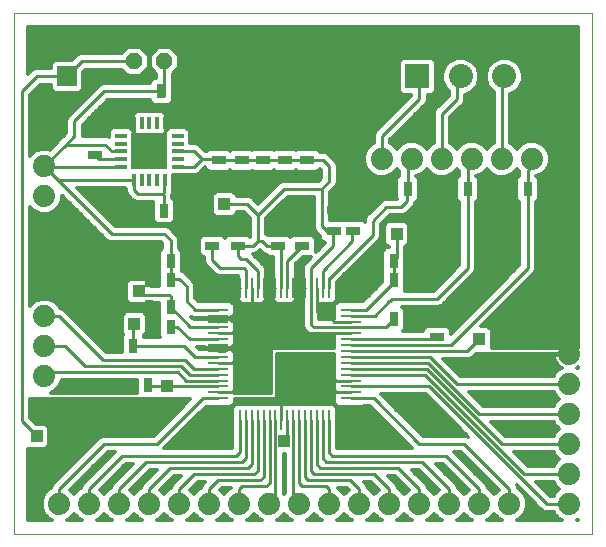
<source format=gtl>
G75*
G70*
%OFA0B0*%
%FSLAX24Y24*%
%IPPOS*%
%LPD*%
%AMOC8*
5,1,8,0,0,1.08239X$1,22.5*
%
%ADD10C,0.0000*%
%ADD11R,0.0660X0.0110*%
%ADD12R,0.0110X0.0660*%
%ADD13R,0.0390X0.0140*%
%ADD14R,0.0140X0.0390*%
%ADD15R,0.1240X0.1240*%
%ADD16R,0.0472X0.0315*%
%ADD17R,0.0650X0.0650*%
%ADD18C,0.0650*%
%ADD19R,0.0315X0.0472*%
%ADD20C,0.0740*%
%ADD21R,0.0800X0.0800*%
%ADD22C,0.0800*%
%ADD23OC8,0.0520*%
%ADD24C,0.0100*%
%ADD25R,0.0396X0.0396*%
%ADD26C,0.0120*%
D10*
X000550Y000487D02*
X000550Y017857D01*
X019792Y017857D01*
X019792Y000487D01*
X000550Y000487D01*
D11*
X007340Y005007D03*
X007340Y005207D03*
X007340Y005407D03*
X007340Y005597D03*
X007340Y005797D03*
X007340Y005997D03*
X007340Y006187D03*
X007340Y006387D03*
X007340Y006587D03*
X007340Y006787D03*
X007340Y006977D03*
X007340Y007177D03*
X007340Y007377D03*
X007340Y007567D03*
X007340Y007767D03*
X007340Y007967D03*
X011760Y007967D03*
X011760Y007767D03*
X011760Y007567D03*
X011760Y007377D03*
X011760Y007177D03*
X011760Y006977D03*
X011760Y006787D03*
X011760Y006587D03*
X011760Y006387D03*
X011760Y006187D03*
X011760Y005997D03*
X011760Y005797D03*
X011760Y005597D03*
X011760Y005407D03*
X011760Y005207D03*
X011760Y005007D03*
D12*
X011030Y004277D03*
X010830Y004277D03*
X010630Y004277D03*
X010440Y004277D03*
X010240Y004277D03*
X010040Y004277D03*
X009850Y004277D03*
X009650Y004277D03*
X009450Y004277D03*
X009250Y004277D03*
X009060Y004277D03*
X008860Y004277D03*
X008660Y004277D03*
X008470Y004277D03*
X008270Y004277D03*
X008070Y004277D03*
X008070Y008697D03*
X008270Y008697D03*
X008470Y008697D03*
X008660Y008697D03*
X008860Y008697D03*
X009060Y008697D03*
X009250Y008697D03*
X009450Y008697D03*
X009650Y008697D03*
X009850Y008697D03*
X010040Y008697D03*
X010240Y008697D03*
X010440Y008697D03*
X010630Y008697D03*
X010830Y008697D03*
X011030Y008697D03*
D13*
X005990Y012727D03*
X005990Y012977D03*
X005990Y013237D03*
X005990Y013497D03*
X005990Y013747D03*
X004110Y013747D03*
X004110Y013497D03*
X004110Y013237D03*
X004110Y012977D03*
X004110Y012727D03*
D14*
X004540Y012297D03*
X004790Y012297D03*
X005050Y012297D03*
X005310Y012297D03*
X005560Y012297D03*
X005560Y014177D03*
X005310Y014177D03*
X005050Y014177D03*
X004790Y014177D03*
X004540Y014177D03*
D15*
X005050Y013237D03*
D16*
X003230Y013112D03*
X003230Y013821D03*
X007150Y010791D03*
X007150Y010082D03*
X008000Y010082D03*
X008000Y010791D03*
X009350Y010791D03*
X009350Y010082D03*
X010150Y010082D03*
X010150Y010791D03*
X011190Y010572D03*
X011830Y010572D03*
X011830Y011281D03*
X011190Y011281D03*
X010310Y012942D03*
X010310Y013651D03*
X009580Y013651D03*
X008840Y013651D03*
X008840Y012942D03*
X009580Y012942D03*
X008120Y012942D03*
X008120Y013651D03*
X007360Y013651D03*
X007360Y012942D03*
X014630Y007761D03*
X014630Y007052D03*
D17*
X002300Y015737D03*
D18*
X002300Y016737D03*
D19*
X005446Y015237D03*
X006154Y015237D03*
X005534Y011267D03*
X004826Y011267D03*
X005046Y009587D03*
X005046Y008937D03*
X005754Y008937D03*
X005754Y009587D03*
X005754Y008037D03*
X005754Y007397D03*
X005046Y007397D03*
X005046Y008037D03*
X004504Y006767D03*
X003796Y006767D03*
X004296Y005437D03*
X005004Y005437D03*
X012946Y011987D03*
X013654Y011987D03*
X014946Y011987D03*
X015654Y011987D03*
X016946Y011987D03*
X017654Y011987D03*
X013904Y009587D03*
X013196Y009587D03*
X013196Y008937D03*
X013904Y008937D03*
X013904Y007637D03*
X013196Y007637D03*
D20*
X019050Y006487D03*
X019050Y005487D03*
X019050Y004487D03*
X019050Y003487D03*
X019050Y002487D03*
X019050Y001487D03*
X017050Y001487D03*
X016050Y001487D03*
X015050Y001487D03*
X014050Y001487D03*
X013050Y001487D03*
X012050Y001487D03*
X011050Y001487D03*
X010050Y001487D03*
X009050Y001487D03*
X008050Y001487D03*
X007050Y001487D03*
X006050Y001487D03*
X005050Y001487D03*
X004050Y001487D03*
X003050Y001487D03*
X002050Y001487D03*
X001550Y005737D03*
X001550Y006737D03*
X001550Y007737D03*
X001550Y011737D03*
X001550Y012737D03*
X001550Y013737D03*
X012800Y012987D03*
X013800Y012987D03*
X014800Y012987D03*
X015800Y012987D03*
X016800Y012987D03*
X017800Y012987D03*
D21*
X013980Y015737D03*
D22*
X015428Y015737D03*
X016876Y015737D03*
D23*
X005550Y016237D03*
X005050Y016987D03*
X004550Y016237D03*
D24*
X002800Y016237D01*
X002300Y015737D01*
X001300Y015737D01*
X000800Y015237D01*
X000800Y004237D01*
X001300Y003737D01*
X002050Y001987D02*
X002050Y001487D01*
X002050Y001987D02*
X003550Y003487D01*
X005300Y003487D01*
X006820Y005007D01*
X007340Y005007D01*
X007340Y005207D02*
X007870Y005207D01*
X007880Y005217D01*
X007340Y005407D02*
X005620Y005407D01*
X005034Y005407D01*
X005004Y005437D01*
X006000Y005877D02*
X001690Y005877D01*
X001550Y005737D01*
X001550Y006737D02*
X002250Y006737D01*
X002910Y006077D01*
X006110Y006077D01*
X006390Y005797D01*
X007340Y005797D01*
X007340Y005997D02*
X006540Y005997D01*
X006250Y006287D01*
X003500Y006287D01*
X002050Y007737D01*
X001550Y007737D01*
X004504Y007441D02*
X004504Y006767D01*
X006200Y006767D01*
X006580Y006387D01*
X007340Y006387D01*
X007340Y006587D02*
X007530Y006587D01*
X007620Y006677D01*
X007850Y006677D01*
X007960Y006567D01*
X007960Y006307D01*
X007840Y006187D01*
X007340Y006187D01*
X007340Y006587D02*
X007340Y006787D01*
X007480Y006787D01*
X007580Y006687D01*
X007850Y006687D01*
X007900Y006737D01*
X007900Y007147D01*
X007870Y007177D01*
X007340Y007177D01*
X007340Y006977D02*
X006400Y006977D01*
X005980Y007397D01*
X005754Y007397D01*
X005754Y008037D02*
X005754Y008412D01*
X005700Y008467D01*
X004800Y008467D01*
X004690Y008577D01*
X004550Y007487D02*
X004504Y007441D01*
X005754Y008037D02*
X006414Y007377D01*
X007340Y007377D01*
X007340Y007567D02*
X007340Y007577D01*
X007410Y007647D01*
X007720Y007647D01*
X007730Y007657D01*
X007820Y007677D02*
X007830Y007687D01*
X007820Y007677D02*
X007380Y007677D01*
X007340Y007717D01*
X007340Y007767D01*
X007340Y007567D01*
X007340Y007967D02*
X006570Y007967D01*
X006300Y008237D01*
X006300Y008737D01*
X006050Y008987D01*
X005804Y008987D01*
X005754Y008937D01*
X005754Y009587D01*
X005754Y010282D01*
X005550Y010487D01*
X003800Y010487D01*
X001990Y012297D01*
X001550Y012737D01*
X002280Y013467D01*
X002550Y013737D01*
X002550Y014237D01*
X003550Y015237D01*
X005446Y015237D01*
X005550Y015091D01*
X005550Y016237D01*
X004540Y014177D02*
X004540Y013747D01*
X005050Y013237D01*
X004110Y013237D02*
X003810Y013237D01*
X003580Y013467D01*
X002280Y013467D01*
X003230Y013112D02*
X003366Y012977D01*
X004110Y012977D01*
X004110Y012727D02*
X001550Y012727D01*
X001550Y012737D01*
X001990Y012297D02*
X004540Y012297D01*
X004540Y011957D01*
X004680Y011817D01*
X005490Y011817D01*
X005534Y011772D01*
X005534Y011267D01*
X005490Y011817D02*
X005550Y011877D01*
X005550Y012287D01*
X005560Y012297D01*
X005990Y012727D02*
X006540Y012727D01*
X006800Y012987D01*
X006550Y013237D01*
X005990Y013237D01*
X006800Y012987D02*
X007196Y012987D01*
X007360Y012942D01*
X008120Y012942D01*
X008840Y012942D01*
X009580Y012942D01*
X010310Y012942D01*
X010844Y012942D01*
X011050Y012737D01*
X011050Y012237D01*
X010800Y011987D01*
X010800Y010737D01*
X010964Y010572D01*
X011190Y010572D01*
X011180Y010562D01*
X011180Y010077D01*
X010440Y009337D01*
X010440Y008697D01*
X010440Y007457D01*
X010520Y007377D01*
X011760Y007377D01*
X012936Y007377D01*
X013196Y007637D01*
X013060Y008237D02*
X013150Y008327D01*
X014640Y008327D01*
X015654Y009341D01*
X015654Y011987D01*
X015654Y012841D01*
X015800Y012987D01*
X014800Y012987D02*
X014800Y014487D01*
X015300Y014987D01*
X015300Y015609D01*
X015428Y015737D01*
X016800Y015661D02*
X016876Y015737D01*
X016800Y015661D02*
X016800Y012987D01*
X017654Y012591D02*
X017800Y012737D01*
X017800Y012987D01*
X017654Y012591D02*
X017654Y011987D01*
X017654Y009341D01*
X015100Y006787D01*
X011760Y006787D01*
X011760Y006977D02*
X014554Y006977D01*
X014630Y007052D01*
X014400Y006387D02*
X015300Y005487D01*
X019050Y005487D01*
X019050Y004487D02*
X016050Y004487D01*
X014350Y006187D01*
X011760Y006187D01*
X011760Y005997D02*
X014290Y005997D01*
X016800Y003487D01*
X019050Y003487D01*
X019050Y002487D02*
X017550Y002487D01*
X014240Y005797D01*
X011760Y005797D01*
X011760Y005597D02*
X011240Y005597D01*
X011160Y005597D01*
X011050Y005487D01*
X011220Y005577D02*
X011240Y005597D01*
X011230Y005217D02*
X011240Y005207D01*
X011760Y005207D01*
X011760Y005007D02*
X012530Y005007D01*
X014050Y003487D01*
X015550Y003487D01*
X017050Y001987D01*
X017050Y001487D01*
X016050Y001487D02*
X016050Y001987D01*
X014950Y003087D01*
X011150Y003087D01*
X011030Y003207D01*
X011030Y004277D01*
X010830Y004277D02*
X010830Y003007D01*
X010950Y002887D01*
X014150Y002887D01*
X015050Y001987D01*
X015050Y001487D01*
X014050Y001487D02*
X014050Y001987D01*
X013350Y002687D01*
X010750Y002687D01*
X010630Y002807D01*
X010630Y004277D01*
X010440Y004277D02*
X010440Y002597D01*
X010550Y002487D01*
X012550Y002487D01*
X013050Y001987D01*
X013050Y001487D01*
X012050Y001487D02*
X012050Y001987D01*
X011750Y002287D01*
X010350Y002287D01*
X010240Y002397D01*
X010240Y004277D01*
X010040Y004277D02*
X010040Y002197D01*
X010150Y002087D01*
X010950Y002087D01*
X011050Y001987D01*
X011050Y001487D01*
X010050Y001487D02*
X009850Y001687D01*
X009850Y004277D01*
X009650Y004277D02*
X009650Y003677D01*
X009550Y003577D01*
X009450Y004277D02*
X009450Y004837D01*
X009250Y004277D02*
X009250Y001687D01*
X009050Y001487D01*
X008950Y002087D02*
X009060Y002197D01*
X009060Y004277D01*
X008860Y004277D02*
X008860Y002397D01*
X008750Y002287D01*
X007350Y002287D01*
X007050Y001987D01*
X007050Y001487D01*
X006050Y001487D02*
X006050Y001987D01*
X006550Y002487D01*
X008550Y002487D01*
X008660Y002597D01*
X008660Y004277D01*
X008470Y004277D02*
X008470Y002807D01*
X008350Y002687D01*
X005750Y002687D01*
X005050Y001987D01*
X005050Y001487D01*
X004050Y001487D02*
X004050Y001987D01*
X004950Y002887D01*
X008150Y002887D01*
X008270Y003007D01*
X008270Y004277D01*
X008070Y004277D02*
X008070Y003207D01*
X007950Y003087D01*
X004150Y003087D01*
X003050Y001987D01*
X003050Y001487D01*
X006280Y005597D02*
X006000Y005877D01*
X006280Y005597D02*
X007340Y005597D01*
X010050Y006987D02*
X010240Y007177D01*
X011760Y007177D01*
X011180Y007177D01*
X011160Y007157D01*
X011190Y007567D02*
X011020Y007737D01*
X010800Y007737D01*
X010640Y007897D01*
X010640Y008177D01*
X010630Y008187D01*
X010630Y008697D01*
X010830Y008697D02*
X010830Y009267D01*
X011800Y010237D01*
X011800Y010542D01*
X011830Y010572D01*
X012500Y010467D02*
X012500Y010927D01*
X012950Y011377D01*
X013450Y011377D01*
X013650Y011577D01*
X013650Y011982D01*
X013654Y011987D01*
X013654Y012841D01*
X013800Y012987D01*
X012800Y012987D02*
X012800Y013737D01*
X014050Y014987D01*
X014050Y015667D01*
X013980Y015737D01*
X010800Y011987D02*
X009550Y011987D01*
X008680Y011117D01*
X008310Y011487D01*
X007550Y011487D01*
X008680Y011117D02*
X008680Y010267D01*
X008800Y010267D01*
X008980Y010087D01*
X009346Y010087D01*
X009350Y010082D01*
X009450Y009982D01*
X009450Y008697D01*
X009650Y008697D02*
X009650Y009587D01*
X009800Y009737D01*
X009804Y009737D01*
X010150Y010082D01*
X011030Y008997D02*
X012500Y010467D01*
X013300Y010487D02*
X013300Y009691D01*
X013196Y009587D01*
X013196Y008937D01*
X013196Y008882D01*
X012280Y007967D01*
X011760Y007967D01*
X011760Y007767D02*
X012580Y007767D01*
X013050Y008237D01*
X013060Y008237D01*
X011760Y007567D02*
X011190Y007567D01*
X011760Y006587D02*
X015650Y006587D01*
X016050Y006987D01*
X014400Y006387D02*
X011760Y006387D01*
X011760Y005407D02*
X014380Y005407D01*
X018300Y001487D01*
X019050Y001487D01*
X011030Y008697D02*
X011030Y008997D01*
X010240Y008697D02*
X010040Y008697D01*
X009850Y008697D01*
X009250Y008697D02*
X009060Y008697D01*
X008860Y008697D01*
X008660Y008697D02*
X008660Y009267D01*
X008270Y009657D01*
X008100Y009657D01*
X008000Y009757D01*
X008000Y010082D01*
X008496Y010082D01*
X008680Y010267D01*
X008200Y009367D02*
X007390Y009367D01*
X007150Y009607D01*
X007150Y010082D01*
X008200Y009367D02*
X008270Y009297D01*
X008270Y008697D01*
X008070Y008697D02*
X007970Y008697D01*
X008470Y008697D02*
X008470Y008177D01*
X008150Y002087D02*
X008050Y001987D01*
X008050Y001487D01*
X008150Y002087D02*
X008950Y002087D01*
D25*
X009550Y003577D03*
X007050Y003987D03*
X005800Y004737D03*
X005620Y005407D03*
X005050Y004737D03*
X004300Y004737D03*
X003550Y004737D03*
X003550Y005417D03*
X002800Y005417D03*
X002800Y004737D03*
X002050Y004737D03*
X001300Y004737D03*
X001300Y003737D03*
X004550Y007487D03*
X004690Y008577D03*
X003550Y008667D03*
X001300Y008917D03*
X001300Y009667D03*
X001300Y010417D03*
X007050Y008737D03*
X009800Y011237D03*
X007550Y011487D03*
X012050Y008737D03*
X013300Y010487D03*
X016800Y009987D03*
X017300Y006987D03*
X018050Y006987D03*
X018050Y006237D03*
X017300Y006237D03*
X016550Y006237D03*
X016050Y006987D03*
X014050Y004487D03*
X012050Y003987D03*
D26*
X011305Y004042D02*
X013113Y004042D01*
X012995Y004160D02*
X011305Y004160D01*
X011305Y004279D02*
X012876Y004279D01*
X012758Y004397D02*
X011305Y004397D01*
X011305Y004516D02*
X012639Y004516D01*
X012521Y004634D02*
X011305Y004634D01*
X011305Y004698D02*
X011176Y004827D01*
X009504Y004827D01*
X009450Y004773D01*
X009396Y004827D01*
X007924Y004827D01*
X007795Y004698D01*
X007795Y003856D01*
X007800Y003851D01*
X007800Y003357D01*
X005552Y003357D01*
X006927Y004732D01*
X007761Y004732D01*
X007890Y004861D01*
X007890Y004987D01*
X009300Y004987D01*
X009300Y006487D01*
X011210Y006487D01*
X011210Y005651D01*
X011259Y005602D01*
X011210Y005553D01*
X011210Y005261D01*
X011264Y005207D01*
X011210Y005153D01*
X011210Y004861D01*
X011339Y004732D01*
X012181Y004732D01*
X012186Y004737D01*
X012418Y004737D01*
X013798Y003357D01*
X011300Y003357D01*
X011300Y003851D01*
X011305Y003856D01*
X011305Y004698D01*
X011318Y004753D02*
X011250Y004753D01*
X011210Y004871D02*
X007890Y004871D01*
X007850Y004753D02*
X007782Y004753D01*
X007795Y004634D02*
X006829Y004634D01*
X006711Y004516D02*
X007795Y004516D01*
X007795Y004397D02*
X006592Y004397D01*
X006474Y004279D02*
X007795Y004279D01*
X007795Y004160D02*
X006355Y004160D01*
X006237Y004042D02*
X007795Y004042D01*
X007795Y003923D02*
X006118Y003923D01*
X006000Y003805D02*
X007800Y003805D01*
X007800Y003686D02*
X005881Y003686D01*
X005763Y003568D02*
X007800Y003568D01*
X007800Y003449D02*
X005644Y003449D01*
X005236Y003805D02*
X001718Y003805D01*
X001718Y003923D02*
X005355Y003923D01*
X005473Y004042D02*
X001702Y004042D01*
X001718Y004026D02*
X001589Y004155D01*
X001264Y004155D01*
X001070Y004349D01*
X001070Y004987D01*
X004750Y004987D01*
X004756Y004980D01*
X005253Y004980D01*
X005259Y004987D01*
X006418Y004987D01*
X005188Y003757D01*
X003604Y003757D01*
X003496Y003757D01*
X003397Y003716D01*
X001897Y002216D01*
X001821Y002140D01*
X001780Y002040D01*
X001780Y002013D01*
X001716Y001987D01*
X001550Y001821D01*
X001460Y001604D01*
X001460Y001369D01*
X001550Y001152D01*
X001716Y000986D01*
X001812Y000947D01*
X001010Y000947D01*
X001010Y003319D01*
X001011Y003319D01*
X001589Y003319D01*
X001718Y003447D01*
X001718Y004026D01*
X001718Y003686D02*
X003368Y003686D01*
X003249Y003568D02*
X001718Y003568D01*
X001718Y003449D02*
X003131Y003449D01*
X003012Y003331D02*
X001601Y003331D01*
X001010Y003212D02*
X002894Y003212D01*
X002775Y003094D02*
X001010Y003094D01*
X001010Y002975D02*
X002657Y002975D01*
X002538Y002857D02*
X001010Y002857D01*
X001010Y002738D02*
X002420Y002738D01*
X002301Y002620D02*
X001010Y002620D01*
X001010Y002501D02*
X002183Y002501D01*
X002064Y002383D02*
X001010Y002383D01*
X001010Y002264D02*
X001946Y002264D01*
X001827Y002146D02*
X001010Y002146D01*
X001010Y002027D02*
X001780Y002027D01*
X001638Y001909D02*
X001010Y001909D01*
X001010Y001790D02*
X001537Y001790D01*
X001488Y001672D02*
X001010Y001672D01*
X001010Y001553D02*
X001460Y001553D01*
X001460Y001435D02*
X001010Y001435D01*
X001010Y001316D02*
X001482Y001316D01*
X001531Y001198D02*
X001010Y001198D01*
X001010Y001079D02*
X001623Y001079D01*
X001778Y000961D02*
X001010Y000961D01*
X002288Y000947D02*
X002384Y000986D01*
X002550Y001152D01*
X002716Y000986D01*
X002812Y000947D01*
X002288Y000947D01*
X002322Y000961D02*
X002778Y000961D01*
X002623Y001079D02*
X002477Y001079D01*
X002550Y001821D02*
X002408Y001963D01*
X003662Y003217D01*
X003898Y003217D01*
X002897Y002216D01*
X002821Y002140D01*
X002780Y002040D01*
X002780Y002013D01*
X002716Y001987D01*
X002550Y001821D01*
X002462Y001909D02*
X002638Y001909D01*
X002780Y002027D02*
X002472Y002027D01*
X002591Y002146D02*
X002827Y002146D01*
X002709Y002264D02*
X002946Y002264D01*
X002828Y002383D02*
X003064Y002383D01*
X002946Y002501D02*
X003183Y002501D01*
X003065Y002620D02*
X003301Y002620D01*
X003183Y002738D02*
X003420Y002738D01*
X003302Y002857D02*
X003538Y002857D01*
X003420Y002975D02*
X003657Y002975D01*
X003539Y003094D02*
X003775Y003094D01*
X003657Y003212D02*
X003894Y003212D01*
X004262Y002817D02*
X004498Y002817D01*
X003897Y002216D01*
X003821Y002140D01*
X003780Y002040D01*
X003780Y002013D01*
X003716Y001987D01*
X003550Y001821D01*
X003408Y001963D01*
X004262Y002817D01*
X004183Y002738D02*
X004420Y002738D01*
X004301Y002620D02*
X004065Y002620D01*
X004183Y002501D02*
X003946Y002501D01*
X003828Y002383D02*
X004064Y002383D01*
X003946Y002264D02*
X003709Y002264D01*
X003591Y002146D02*
X003827Y002146D01*
X003780Y002027D02*
X003472Y002027D01*
X003462Y001909D02*
X003638Y001909D01*
X003550Y001152D02*
X003716Y000986D01*
X003812Y000947D01*
X003288Y000947D01*
X003384Y000986D01*
X003550Y001152D01*
X003477Y001079D02*
X003623Y001079D01*
X003778Y000961D02*
X003322Y000961D01*
X004288Y000947D02*
X004384Y000986D01*
X004550Y001152D01*
X004716Y000986D01*
X004812Y000947D01*
X004288Y000947D01*
X004322Y000961D02*
X004778Y000961D01*
X004623Y001079D02*
X004477Y001079D01*
X004550Y001821D02*
X004408Y001963D01*
X005062Y002617D01*
X005298Y002617D01*
X004897Y002216D01*
X004821Y002140D01*
X004780Y002040D01*
X004780Y002013D01*
X004716Y001987D01*
X004550Y001821D01*
X004462Y001909D02*
X004638Y001909D01*
X004780Y002027D02*
X004472Y002027D01*
X004591Y002146D02*
X004827Y002146D01*
X004709Y002264D02*
X004946Y002264D01*
X004828Y002383D02*
X005064Y002383D01*
X004946Y002501D02*
X005183Y002501D01*
X005591Y002146D02*
X005827Y002146D01*
X005821Y002140D02*
X005780Y002040D01*
X005780Y002013D01*
X005716Y001987D01*
X005550Y001821D01*
X005408Y001963D01*
X005862Y002417D01*
X006098Y002417D01*
X005897Y002216D01*
X005821Y002140D01*
X005780Y002027D02*
X005472Y002027D01*
X005462Y001909D02*
X005638Y001909D01*
X005709Y002264D02*
X005946Y002264D01*
X005828Y002383D02*
X006064Y002383D01*
X006472Y002027D02*
X006780Y002027D01*
X006780Y002040D02*
X006780Y002013D01*
X006716Y001987D01*
X006550Y001821D01*
X006408Y001963D01*
X006662Y002217D01*
X006898Y002217D01*
X006897Y002216D01*
X006821Y002140D01*
X006780Y002040D01*
X006827Y002146D02*
X006591Y002146D01*
X006638Y001909D02*
X006462Y001909D01*
X006550Y001152D02*
X006716Y000986D01*
X006812Y000947D01*
X006288Y000947D01*
X006384Y000986D01*
X006550Y001152D01*
X006477Y001079D02*
X006623Y001079D01*
X006778Y000961D02*
X006322Y000961D01*
X005812Y000947D02*
X005288Y000947D01*
X005384Y000986D01*
X005550Y001152D01*
X005716Y000986D01*
X005812Y000947D01*
X005778Y000961D02*
X005322Y000961D01*
X005477Y001079D02*
X005623Y001079D01*
X007288Y000947D02*
X007384Y000986D01*
X007550Y001152D01*
X007716Y000986D01*
X007812Y000947D01*
X007288Y000947D01*
X007322Y000961D02*
X007778Y000961D01*
X007623Y001079D02*
X007477Y001079D01*
X007550Y001821D02*
X007408Y001963D01*
X007462Y002017D01*
X007780Y002017D01*
X007780Y002013D01*
X007716Y001987D01*
X007550Y001821D01*
X007462Y001909D02*
X007638Y001909D01*
X008477Y001079D02*
X008623Y001079D01*
X008550Y001152D02*
X008716Y000986D01*
X008812Y000947D01*
X008288Y000947D01*
X008384Y000986D01*
X008550Y001152D01*
X008322Y000961D02*
X008778Y000961D01*
X009288Y000947D02*
X009384Y000986D01*
X009550Y001152D01*
X009716Y000986D01*
X009812Y000947D01*
X009288Y000947D01*
X009322Y000961D02*
X009778Y000961D01*
X009623Y001079D02*
X009477Y001079D01*
X009550Y001821D02*
X009520Y001851D01*
X009520Y003159D01*
X009580Y003159D01*
X009580Y001851D01*
X009550Y001821D01*
X009520Y001909D02*
X009580Y001909D01*
X009580Y002027D02*
X009520Y002027D01*
X009520Y002146D02*
X009580Y002146D01*
X009580Y002264D02*
X009520Y002264D01*
X009520Y002383D02*
X009580Y002383D01*
X009580Y002501D02*
X009520Y002501D01*
X009520Y002620D02*
X009580Y002620D01*
X009580Y002738D02*
X009520Y002738D01*
X009520Y002857D02*
X009580Y002857D01*
X009580Y002975D02*
X009520Y002975D01*
X009520Y003094D02*
X009580Y003094D01*
X011300Y003449D02*
X013706Y003449D01*
X013587Y003568D02*
X011300Y003568D01*
X011300Y003686D02*
X013469Y003686D01*
X013350Y003805D02*
X011300Y003805D01*
X011305Y003923D02*
X013232Y003923D01*
X013640Y004279D02*
X015126Y004279D01*
X015008Y004397D02*
X013521Y004397D01*
X013403Y004516D02*
X014889Y004516D01*
X014771Y004634D02*
X013284Y004634D01*
X013166Y004753D02*
X014652Y004753D01*
X014534Y004871D02*
X013047Y004871D01*
X012929Y004990D02*
X014415Y004990D01*
X014297Y005108D02*
X012810Y005108D01*
X012782Y005137D02*
X014268Y005137D01*
X015680Y003725D01*
X015604Y003757D01*
X014162Y003757D01*
X012782Y005137D01*
X013758Y004160D02*
X015245Y004160D01*
X015363Y004042D02*
X013877Y004042D01*
X013995Y003923D02*
X015482Y003923D01*
X015600Y003805D02*
X014114Y003805D01*
X014602Y002817D02*
X014838Y002817D01*
X015692Y001963D01*
X015550Y001821D01*
X015384Y001987D01*
X015320Y002013D01*
X015320Y002040D01*
X015279Y002140D01*
X015203Y002216D01*
X014602Y002817D01*
X014680Y002738D02*
X014917Y002738D01*
X014799Y002620D02*
X015035Y002620D01*
X014917Y002501D02*
X015154Y002501D01*
X015036Y002383D02*
X015272Y002383D01*
X015154Y002264D02*
X015391Y002264D01*
X015273Y002146D02*
X015509Y002146D01*
X015628Y002027D02*
X015320Y002027D01*
X015462Y001909D02*
X015638Y001909D01*
X016154Y002264D02*
X016391Y002264D01*
X016273Y002146D02*
X016509Y002146D01*
X016628Y002027D02*
X016320Y002027D01*
X016320Y002040D02*
X016279Y002140D01*
X016203Y002216D01*
X015202Y003217D01*
X015438Y003217D01*
X016692Y001963D01*
X016550Y001821D01*
X016384Y001987D01*
X016320Y002013D01*
X016320Y002040D01*
X016462Y001909D02*
X016638Y001909D01*
X016272Y002383D02*
X016036Y002383D01*
X016154Y002501D02*
X015917Y002501D01*
X015799Y002620D02*
X016035Y002620D01*
X015917Y002738D02*
X015680Y002738D01*
X015562Y002857D02*
X015798Y002857D01*
X015680Y002975D02*
X015443Y002975D01*
X015325Y003094D02*
X015561Y003094D01*
X015443Y003212D02*
X015206Y003212D01*
X014272Y002383D02*
X014036Y002383D01*
X014154Y002501D02*
X013917Y002501D01*
X013802Y002617D02*
X014038Y002617D01*
X014692Y001963D01*
X014550Y001821D01*
X014384Y001987D01*
X014320Y002013D01*
X014320Y002040D01*
X014279Y002140D01*
X014203Y002216D01*
X013802Y002617D01*
X014154Y002264D02*
X014391Y002264D01*
X014273Y002146D02*
X014509Y002146D01*
X014628Y002027D02*
X014320Y002027D01*
X014462Y001909D02*
X014638Y001909D01*
X014550Y001152D02*
X014716Y000986D01*
X014812Y000947D01*
X014288Y000947D01*
X014384Y000986D01*
X014550Y001152D01*
X014477Y001079D02*
X014623Y001079D01*
X014778Y000961D02*
X014322Y000961D01*
X013812Y000947D02*
X013288Y000947D01*
X013384Y000986D01*
X013550Y001152D01*
X013716Y000986D01*
X013812Y000947D01*
X013778Y000961D02*
X013322Y000961D01*
X013477Y001079D02*
X013623Y001079D01*
X013550Y001821D02*
X013384Y001987D01*
X013320Y002013D01*
X013320Y002040D01*
X013279Y002140D01*
X013203Y002216D01*
X013002Y002417D01*
X013238Y002417D01*
X013692Y001963D01*
X013550Y001821D01*
X013462Y001909D02*
X013638Y001909D01*
X013628Y002027D02*
X013320Y002027D01*
X013273Y002146D02*
X013509Y002146D01*
X013391Y002264D02*
X013154Y002264D01*
X013036Y002383D02*
X013272Y002383D01*
X012692Y001963D02*
X012550Y001821D01*
X012384Y001987D01*
X012320Y002013D01*
X012320Y002040D01*
X012279Y002140D01*
X012203Y002216D01*
X012202Y002217D01*
X012438Y002217D01*
X012692Y001963D01*
X012638Y001909D02*
X012462Y001909D01*
X012320Y002027D02*
X012628Y002027D01*
X012509Y002146D02*
X012273Y002146D01*
X011692Y001963D02*
X011550Y001821D01*
X011384Y001987D01*
X011320Y002013D01*
X011320Y002017D01*
X011638Y002017D01*
X011692Y001963D01*
X011638Y001909D02*
X011462Y001909D01*
X011550Y001152D02*
X011716Y000986D01*
X011812Y000947D01*
X011288Y000947D01*
X011384Y000986D01*
X011550Y001152D01*
X011477Y001079D02*
X011623Y001079D01*
X011778Y000961D02*
X011322Y000961D01*
X010812Y000947D02*
X010288Y000947D01*
X010384Y000986D01*
X010550Y001152D01*
X010716Y000986D01*
X010812Y000947D01*
X010778Y000961D02*
X010322Y000961D01*
X010477Y001079D02*
X010623Y001079D01*
X012288Y000947D02*
X012384Y000986D01*
X012550Y001152D01*
X012716Y000986D01*
X012812Y000947D01*
X012288Y000947D01*
X012322Y000961D02*
X012778Y000961D01*
X012623Y001079D02*
X012477Y001079D01*
X015288Y000947D02*
X015384Y000986D01*
X015550Y001152D01*
X015716Y000986D01*
X015812Y000947D01*
X015288Y000947D01*
X015322Y000961D02*
X015778Y000961D01*
X015623Y001079D02*
X015477Y001079D01*
X016288Y000947D02*
X016384Y000986D01*
X016550Y001152D01*
X016716Y000986D01*
X016812Y000947D01*
X016288Y000947D01*
X016322Y000961D02*
X016778Y000961D01*
X016623Y001079D02*
X016477Y001079D01*
X017288Y000947D02*
X017384Y000986D01*
X017550Y001152D01*
X017640Y001369D01*
X017640Y001604D01*
X017550Y001821D01*
X017384Y001987D01*
X017320Y002013D01*
X017320Y002040D01*
X017289Y002116D01*
X018071Y001334D01*
X018071Y001334D01*
X018147Y001258D01*
X018246Y001217D01*
X018523Y001217D01*
X018550Y001152D01*
X018716Y000986D01*
X018812Y000947D01*
X017288Y000947D01*
X017322Y000961D02*
X018778Y000961D01*
X018623Y001079D02*
X017477Y001079D01*
X017569Y001198D02*
X018531Y001198D01*
X018089Y001316D02*
X017618Y001316D01*
X017640Y001435D02*
X017970Y001435D01*
X017852Y001553D02*
X017640Y001553D01*
X017612Y001672D02*
X017733Y001672D01*
X017615Y001790D02*
X017563Y001790D01*
X017496Y001909D02*
X017462Y001909D01*
X017378Y002027D02*
X017320Y002027D01*
X017952Y002217D02*
X018523Y002217D01*
X018550Y002152D01*
X018716Y001987D01*
X018550Y001821D01*
X018523Y001757D01*
X018412Y001757D01*
X017952Y002217D01*
X018023Y002146D02*
X018557Y002146D01*
X018675Y002027D02*
X018141Y002027D01*
X018260Y001909D02*
X018638Y001909D01*
X018537Y001790D02*
X018378Y001790D01*
X019288Y000947D02*
X019332Y000965D01*
X019332Y000947D01*
X019288Y000947D01*
X019322Y000961D02*
X019332Y000961D01*
X018523Y002757D02*
X017662Y002757D01*
X017202Y003217D01*
X018523Y003217D01*
X018550Y003152D01*
X018716Y002987D01*
X018550Y002821D01*
X018523Y002757D01*
X018586Y002857D02*
X017562Y002857D01*
X017443Y002975D02*
X018704Y002975D01*
X018609Y003094D02*
X017325Y003094D01*
X017206Y003212D02*
X018525Y003212D01*
X018523Y003757D02*
X016912Y003757D01*
X016452Y004217D01*
X018523Y004217D01*
X018550Y004152D01*
X018716Y003987D01*
X018550Y003821D01*
X018523Y003757D01*
X018543Y003805D02*
X016864Y003805D01*
X016745Y003923D02*
X018652Y003923D01*
X018661Y004042D02*
X016627Y004042D01*
X016508Y004160D02*
X018547Y004160D01*
X018523Y004757D02*
X016162Y004757D01*
X015702Y005217D01*
X018523Y005217D01*
X018550Y005152D01*
X018716Y004987D01*
X018550Y004821D01*
X018523Y004757D01*
X018600Y004871D02*
X016047Y004871D01*
X015929Y004990D02*
X018713Y004990D01*
X018594Y005108D02*
X015810Y005108D01*
X015412Y005757D02*
X014852Y006317D01*
X015596Y006317D01*
X015704Y006317D01*
X015803Y006358D01*
X015932Y006487D01*
X019010Y006487D01*
X019010Y006447D01*
X018520Y006447D01*
X018520Y006445D01*
X018533Y006363D01*
X018559Y006283D01*
X018597Y006209D01*
X018646Y006141D01*
X018705Y006082D01*
X018772Y006033D01*
X018797Y006021D01*
X018716Y005987D01*
X018550Y005821D01*
X018523Y005757D01*
X015412Y005757D01*
X015349Y005819D02*
X018549Y005819D01*
X018667Y005938D02*
X015231Y005938D01*
X015112Y006056D02*
X018741Y006056D01*
X018622Y006175D02*
X014994Y006175D01*
X014875Y006293D02*
X018556Y006293D01*
X018525Y006412D02*
X015857Y006412D01*
X016457Y006687D02*
X016468Y006697D01*
X016468Y007276D01*
X016339Y007405D01*
X016100Y007405D01*
X017807Y009112D01*
X017883Y009188D01*
X017924Y009287D01*
X017924Y011552D01*
X018032Y011659D01*
X018032Y012314D01*
X017940Y012406D01*
X018134Y012486D01*
X018300Y012652D01*
X018390Y012869D01*
X018390Y013104D01*
X018300Y013321D01*
X018134Y013487D01*
X017917Y013577D01*
X017683Y013577D01*
X017466Y013487D01*
X017300Y013321D01*
X017134Y013487D01*
X017070Y013513D01*
X017070Y015146D01*
X017227Y015211D01*
X017402Y015385D01*
X017496Y015613D01*
X017496Y015860D01*
X017402Y016088D01*
X017227Y016262D01*
X016999Y016357D01*
X016753Y016357D01*
X016525Y016262D01*
X016350Y016088D01*
X016256Y015860D01*
X016256Y015613D01*
X016350Y015385D01*
X016525Y015211D01*
X016530Y015209D01*
X016530Y013513D01*
X016466Y013487D01*
X016300Y013321D01*
X016134Y013487D01*
X015917Y013577D01*
X015683Y013577D01*
X015466Y013487D01*
X015300Y013321D01*
X015134Y013487D01*
X015070Y013513D01*
X015070Y014375D01*
X015453Y014758D01*
X015529Y014834D01*
X015570Y014933D01*
X015570Y015124D01*
X015779Y015211D01*
X015954Y015385D01*
X016048Y015613D01*
X016048Y015860D01*
X015954Y016088D01*
X015779Y016262D01*
X015551Y016357D01*
X015305Y016357D01*
X015077Y016262D01*
X014902Y016088D01*
X014808Y015860D01*
X014808Y015613D01*
X014902Y015385D01*
X015030Y015258D01*
X015030Y015099D01*
X014571Y014640D01*
X014530Y014540D01*
X014530Y013513D01*
X014466Y013487D01*
X014300Y013321D01*
X014134Y013487D01*
X013917Y013577D01*
X013683Y013577D01*
X013466Y013487D01*
X013300Y013321D01*
X013134Y013487D01*
X013070Y013513D01*
X013070Y013625D01*
X014203Y014758D01*
X014279Y014834D01*
X014320Y014933D01*
X014320Y015117D01*
X014471Y015117D01*
X014600Y015246D01*
X014600Y016228D01*
X014471Y016357D01*
X013489Y016357D01*
X013360Y016228D01*
X013360Y015246D01*
X013489Y015117D01*
X013780Y015117D01*
X013780Y015099D01*
X012571Y013890D01*
X012530Y013790D01*
X012530Y013513D01*
X012466Y013487D01*
X012300Y013321D01*
X012210Y013104D01*
X012210Y012869D01*
X012300Y012652D01*
X012466Y012486D01*
X012683Y012397D01*
X012917Y012397D01*
X013134Y012486D01*
X013300Y012652D01*
X013384Y012568D01*
X013384Y012421D01*
X013277Y012314D01*
X013277Y011659D01*
X013290Y011647D01*
X012896Y011647D01*
X012797Y011606D01*
X012721Y011530D01*
X012271Y011080D01*
X012230Y010980D01*
X012230Y010877D01*
X012157Y010950D01*
X011070Y010950D01*
X011070Y011875D01*
X011279Y012084D01*
X011320Y012183D01*
X011320Y012790D01*
X011279Y012890D01*
X011203Y012966D01*
X010997Y013171D01*
X010898Y013212D01*
X010745Y013212D01*
X010637Y013320D01*
X009983Y013320D01*
X009945Y013282D01*
X009907Y013320D01*
X009253Y013320D01*
X009210Y013277D01*
X009167Y013320D01*
X008513Y013320D01*
X008480Y013287D01*
X008447Y013320D01*
X007793Y013320D01*
X007740Y013267D01*
X007687Y013320D01*
X007033Y013320D01*
X006970Y013257D01*
X006912Y013257D01*
X006779Y013390D01*
X006703Y013466D01*
X006604Y013507D01*
X006405Y013507D01*
X006405Y013908D01*
X006276Y014037D01*
X005704Y014037D01*
X005600Y013933D01*
X005600Y014463D01*
X005471Y014592D01*
X004629Y014592D01*
X004500Y014463D01*
X004500Y013933D01*
X004396Y014037D01*
X003824Y014037D01*
X003695Y013908D01*
X003695Y013711D01*
X003634Y013737D01*
X002820Y013737D01*
X002820Y014125D01*
X003662Y014967D01*
X005068Y014967D01*
X005068Y014909D01*
X005197Y014780D01*
X005694Y014780D01*
X005823Y014909D01*
X005823Y015088D01*
X005825Y015100D01*
X005823Y015108D01*
X005823Y015564D01*
X005820Y015567D01*
X005820Y015828D01*
X006030Y016038D01*
X006030Y016435D01*
X005749Y016717D01*
X005351Y016717D01*
X005070Y016435D01*
X005070Y016038D01*
X005280Y015828D01*
X005280Y015693D01*
X005197Y015693D01*
X005068Y015564D01*
X005068Y015507D01*
X003496Y015507D01*
X003397Y015466D01*
X002321Y014390D01*
X002280Y014290D01*
X002280Y013849D01*
X002051Y013620D01*
X002051Y013620D01*
X001732Y013300D01*
X001667Y013327D01*
X001433Y013327D01*
X001216Y013237D01*
X001070Y013091D01*
X001070Y015125D01*
X001412Y015467D01*
X001755Y015467D01*
X001755Y015321D01*
X001884Y015192D01*
X002716Y015192D01*
X002845Y015321D01*
X002845Y015900D01*
X002912Y015967D01*
X004141Y015967D01*
X004351Y015757D01*
X004749Y015757D01*
X005030Y016038D01*
X005030Y016435D01*
X004749Y016717D01*
X004351Y016717D01*
X004141Y016507D01*
X002746Y016507D01*
X002647Y016466D01*
X002463Y016282D01*
X001884Y016282D01*
X001755Y016153D01*
X001755Y016007D01*
X001246Y016007D01*
X001147Y015966D01*
X001010Y015829D01*
X001010Y017397D01*
X019332Y017397D01*
X019332Y006687D01*
X016457Y006687D01*
X016468Y006767D02*
X019332Y006767D01*
X019332Y006886D02*
X016468Y006886D01*
X016468Y007004D02*
X019332Y007004D01*
X019332Y007123D02*
X016468Y007123D01*
X016468Y007241D02*
X019332Y007241D01*
X019332Y007360D02*
X016384Y007360D01*
X016173Y007478D02*
X019332Y007478D01*
X019332Y007597D02*
X016292Y007597D01*
X016410Y007715D02*
X019332Y007715D01*
X019332Y007834D02*
X016529Y007834D01*
X016647Y007952D02*
X019332Y007952D01*
X019332Y008071D02*
X016766Y008071D01*
X016884Y008189D02*
X019332Y008189D01*
X019332Y008308D02*
X017003Y008308D01*
X017121Y008426D02*
X019332Y008426D01*
X019332Y008545D02*
X017240Y008545D01*
X017358Y008663D02*
X019332Y008663D01*
X019332Y008782D02*
X017477Y008782D01*
X017595Y008900D02*
X019332Y008900D01*
X019332Y009019D02*
X017714Y009019D01*
X017832Y009137D02*
X019332Y009137D01*
X019332Y009256D02*
X017911Y009256D01*
X017924Y009374D02*
X019332Y009374D01*
X019332Y009493D02*
X017924Y009493D01*
X017924Y009611D02*
X019332Y009611D01*
X019332Y009730D02*
X017924Y009730D01*
X017924Y009848D02*
X019332Y009848D01*
X019332Y009967D02*
X017924Y009967D01*
X017924Y010085D02*
X019332Y010085D01*
X019332Y010204D02*
X017924Y010204D01*
X017924Y010322D02*
X019332Y010322D01*
X019332Y010441D02*
X017924Y010441D01*
X017924Y010559D02*
X019332Y010559D01*
X019332Y010678D02*
X017924Y010678D01*
X017924Y010796D02*
X019332Y010796D01*
X019332Y010915D02*
X017924Y010915D01*
X017924Y011033D02*
X019332Y011033D01*
X019332Y011152D02*
X017924Y011152D01*
X017924Y011270D02*
X019332Y011270D01*
X019332Y011389D02*
X017924Y011389D01*
X017924Y011507D02*
X019332Y011507D01*
X019332Y011626D02*
X017998Y011626D01*
X018032Y011744D02*
X019332Y011744D01*
X019332Y011863D02*
X018032Y011863D01*
X018032Y011981D02*
X019332Y011981D01*
X019332Y012100D02*
X018032Y012100D01*
X018032Y012218D02*
X019332Y012218D01*
X019332Y012337D02*
X018009Y012337D01*
X018059Y012455D02*
X019332Y012455D01*
X019332Y012574D02*
X018221Y012574D01*
X018317Y012692D02*
X019332Y012692D01*
X019332Y012811D02*
X018366Y012811D01*
X018390Y012929D02*
X019332Y012929D01*
X019332Y013048D02*
X018390Y013048D01*
X018364Y013166D02*
X019332Y013166D01*
X019332Y013285D02*
X018315Y013285D01*
X018218Y013403D02*
X019332Y013403D01*
X019332Y013522D02*
X018050Y013522D01*
X017550Y013522D02*
X017070Y013522D01*
X017070Y013640D02*
X019332Y013640D01*
X019332Y013759D02*
X017070Y013759D01*
X017070Y013877D02*
X019332Y013877D01*
X019332Y013996D02*
X017070Y013996D01*
X017070Y014114D02*
X019332Y014114D01*
X019332Y014233D02*
X017070Y014233D01*
X017070Y014351D02*
X019332Y014351D01*
X019332Y014470D02*
X017070Y014470D01*
X017070Y014588D02*
X019332Y014588D01*
X019332Y014707D02*
X017070Y014707D01*
X017070Y014825D02*
X019332Y014825D01*
X019332Y014944D02*
X017070Y014944D01*
X017070Y015062D02*
X019332Y015062D01*
X019332Y015181D02*
X017154Y015181D01*
X017315Y015299D02*
X019332Y015299D01*
X019332Y015418D02*
X017415Y015418D01*
X017464Y015536D02*
X019332Y015536D01*
X019332Y015655D02*
X017496Y015655D01*
X017496Y015773D02*
X019332Y015773D01*
X019332Y015892D02*
X017483Y015892D01*
X017434Y016010D02*
X019332Y016010D01*
X019332Y016129D02*
X017361Y016129D01*
X017242Y016247D02*
X019332Y016247D01*
X019332Y016366D02*
X006030Y016366D01*
X006030Y016247D02*
X013379Y016247D01*
X013360Y016129D02*
X006030Y016129D01*
X006002Y016010D02*
X013360Y016010D01*
X013360Y015892D02*
X005884Y015892D01*
X005820Y015773D02*
X013360Y015773D01*
X013360Y015655D02*
X005820Y015655D01*
X005823Y015536D02*
X013360Y015536D01*
X013360Y015418D02*
X005823Y015418D01*
X005823Y015299D02*
X013360Y015299D01*
X013425Y015181D02*
X005823Y015181D01*
X005823Y015062D02*
X013744Y015062D01*
X013625Y014944D02*
X005823Y014944D01*
X005739Y014825D02*
X013507Y014825D01*
X013388Y014707D02*
X003402Y014707D01*
X003520Y014825D02*
X005152Y014825D01*
X005068Y014944D02*
X003639Y014944D01*
X003283Y014588D02*
X004625Y014588D01*
X004507Y014470D02*
X003165Y014470D01*
X003046Y014351D02*
X004500Y014351D01*
X004500Y014233D02*
X002928Y014233D01*
X002820Y014114D02*
X004500Y014114D01*
X004500Y013996D02*
X004437Y013996D01*
X004525Y013866D02*
X004629Y013762D01*
X005471Y013762D01*
X005575Y013866D01*
X005575Y012712D01*
X005149Y012712D01*
X004889Y012712D01*
X004525Y012712D01*
X004525Y013866D01*
X004525Y013759D02*
X005575Y013759D01*
X005575Y013640D02*
X004525Y013640D01*
X004525Y013522D02*
X005575Y013522D01*
X005575Y013403D02*
X004525Y013403D01*
X004525Y013285D02*
X005575Y013285D01*
X005575Y013166D02*
X004525Y013166D01*
X004525Y013048D02*
X005575Y013048D01*
X005575Y012929D02*
X004525Y012929D01*
X004525Y012811D02*
X005575Y012811D01*
X005850Y012437D02*
X006276Y012437D01*
X006296Y012457D01*
X006594Y012457D01*
X006693Y012498D01*
X006904Y012709D01*
X006904Y012694D01*
X007033Y012565D01*
X007687Y012565D01*
X007740Y012618D01*
X007793Y012565D01*
X008447Y012565D01*
X008480Y012598D01*
X008513Y012565D01*
X009167Y012565D01*
X009210Y012608D01*
X009253Y012565D01*
X009907Y012565D01*
X009945Y012603D01*
X009983Y012565D01*
X010637Y012565D01*
X010739Y012666D01*
X010780Y012625D01*
X010780Y012349D01*
X010688Y012257D01*
X009496Y012257D01*
X009397Y012216D01*
X008680Y011499D01*
X008463Y011716D01*
X008364Y011757D01*
X007968Y011757D01*
X007968Y011776D01*
X007839Y011905D01*
X007261Y011905D01*
X007132Y011776D01*
X007132Y011197D01*
X007261Y011069D01*
X007839Y011069D01*
X007968Y011197D01*
X007968Y011217D01*
X008198Y011217D01*
X008410Y011005D01*
X008410Y010379D01*
X008409Y010378D01*
X008327Y010460D01*
X007673Y010460D01*
X007575Y010362D01*
X007477Y010460D01*
X006823Y010460D01*
X006694Y010331D01*
X006694Y009834D01*
X006823Y009705D01*
X006880Y009705D01*
X006880Y009553D01*
X006921Y009454D01*
X006997Y009378D01*
X007237Y009138D01*
X007336Y009097D01*
X007995Y009097D01*
X007995Y008276D01*
X008124Y008147D01*
X008416Y008147D01*
X008465Y008196D01*
X008514Y008147D01*
X008806Y008147D01*
X008935Y008276D01*
X008935Y009118D01*
X008930Y009123D01*
X008930Y009320D01*
X008889Y009420D01*
X008499Y009810D01*
X008496Y009812D01*
X008549Y009812D01*
X008649Y009853D01*
X008740Y009945D01*
X008827Y009858D01*
X008900Y009828D01*
X009023Y009705D01*
X009180Y009705D01*
X009180Y009123D01*
X009175Y009118D01*
X009175Y008276D01*
X009304Y008147D01*
X009796Y008147D01*
X009925Y008276D01*
X009925Y009118D01*
X009920Y009123D01*
X009920Y009475D01*
X009950Y009505D01*
X009957Y009508D01*
X010154Y009705D01*
X010426Y009705D01*
X010287Y009566D01*
X010211Y009490D01*
X010170Y009390D01*
X010170Y009123D01*
X010165Y009118D01*
X010165Y008276D01*
X010170Y008271D01*
X010170Y007403D01*
X010211Y007304D01*
X010291Y007224D01*
X010367Y007148D01*
X010466Y007107D01*
X011210Y007107D01*
X011210Y006687D01*
X009100Y006687D01*
X009100Y005187D01*
X007856Y005187D01*
X007836Y005207D01*
X007890Y005261D01*
X007890Y006143D01*
X007841Y006192D01*
X007890Y006241D01*
X007890Y006533D01*
X007761Y006662D01*
X006919Y006662D01*
X006914Y006657D01*
X006692Y006657D01*
X006642Y006707D01*
X006914Y006707D01*
X006919Y006702D01*
X007761Y006702D01*
X007890Y006831D01*
X007890Y007123D01*
X007836Y007177D01*
X007890Y007231D01*
X007890Y007523D01*
X007761Y007652D01*
X006919Y007652D01*
X006914Y007647D01*
X006526Y007647D01*
X006448Y007725D01*
X006516Y007697D01*
X006914Y007697D01*
X006919Y007692D01*
X007761Y007692D01*
X007890Y007821D01*
X007890Y008113D01*
X007761Y008242D01*
X006919Y008242D01*
X006914Y008237D01*
X006682Y008237D01*
X006570Y008349D01*
X006570Y008790D01*
X006529Y008890D01*
X006279Y009140D01*
X006203Y009216D01*
X006132Y009245D01*
X006132Y009914D01*
X006024Y010021D01*
X006024Y010336D01*
X005983Y010435D01*
X005779Y010640D01*
X005703Y010716D01*
X005604Y010757D01*
X003912Y010757D01*
X002642Y012027D01*
X004250Y012027D01*
X004250Y012011D01*
X004270Y011991D01*
X004270Y011903D01*
X004311Y011804D01*
X004451Y011664D01*
X004527Y011588D01*
X004626Y011547D01*
X005157Y011547D01*
X005157Y010939D01*
X005286Y010810D01*
X005783Y010810D01*
X005912Y010939D01*
X005912Y011594D01*
X005804Y011701D01*
X005804Y011785D01*
X005820Y011823D01*
X005820Y011981D01*
X005850Y012011D01*
X005850Y012437D01*
X005850Y012337D02*
X010768Y012337D01*
X010780Y012455D02*
X006295Y012455D01*
X006769Y012574D02*
X007024Y012574D01*
X006905Y012692D02*
X006887Y012692D01*
X006884Y013285D02*
X006998Y013285D01*
X006779Y013390D02*
X006779Y013390D01*
X006765Y013403D02*
X012382Y013403D01*
X012285Y013285D02*
X010672Y013285D01*
X011002Y013166D02*
X012236Y013166D01*
X012210Y013048D02*
X011121Y013048D01*
X011239Y012929D02*
X012210Y012929D01*
X012234Y012811D02*
X011312Y012811D01*
X011320Y012692D02*
X012283Y012692D01*
X012379Y012574D02*
X011320Y012574D01*
X011320Y012455D02*
X012541Y012455D01*
X013059Y012455D02*
X013384Y012455D01*
X013379Y012574D02*
X013221Y012574D01*
X013300Y012337D02*
X011320Y012337D01*
X011320Y012218D02*
X013277Y012218D01*
X013277Y012100D02*
X011286Y012100D01*
X011176Y011981D02*
X013277Y011981D01*
X013277Y011863D02*
X011070Y011863D01*
X011070Y011744D02*
X013277Y011744D01*
X012846Y011626D02*
X011070Y011626D01*
X011070Y011507D02*
X012699Y011507D01*
X012580Y011389D02*
X011070Y011389D01*
X011070Y011270D02*
X012462Y011270D01*
X012343Y011152D02*
X011070Y011152D01*
X011070Y011033D02*
X012252Y011033D01*
X012230Y010915D02*
X012192Y010915D01*
X012770Y010815D02*
X012770Y010413D01*
X012729Y010314D01*
X012653Y010238D01*
X011305Y008890D01*
X011305Y008276D01*
X011176Y008147D01*
X010710Y008147D01*
X010710Y007647D01*
X011210Y007647D01*
X011210Y008113D01*
X011339Y008242D01*
X012173Y008242D01*
X012818Y008887D01*
X012818Y009914D01*
X012947Y010043D01*
X013030Y010043D01*
X013030Y010069D01*
X013011Y010069D01*
X012882Y010197D01*
X012882Y010776D01*
X013011Y010905D01*
X013589Y010905D01*
X013718Y010776D01*
X013718Y010197D01*
X013589Y010069D01*
X013570Y010069D01*
X013570Y009917D01*
X013573Y009914D01*
X013573Y008609D01*
X013560Y008597D01*
X014528Y008597D01*
X015384Y009453D01*
X015384Y011552D01*
X015277Y011659D01*
X015277Y012314D01*
X015384Y012421D01*
X015384Y012568D01*
X015300Y012652D01*
X015134Y012486D01*
X014917Y012397D01*
X014683Y012397D01*
X014466Y012486D01*
X014300Y012652D01*
X014134Y012486D01*
X013940Y012406D01*
X014032Y012314D01*
X014032Y011659D01*
X013920Y011548D01*
X013920Y011523D01*
X013879Y011424D01*
X013803Y011348D01*
X013603Y011148D01*
X013504Y011107D01*
X013062Y011107D01*
X012770Y010815D01*
X012770Y010796D02*
X012902Y010796D01*
X012882Y010678D02*
X012770Y010678D01*
X012770Y010559D02*
X012882Y010559D01*
X012882Y010441D02*
X012770Y010441D01*
X012732Y010322D02*
X012882Y010322D01*
X012882Y010204D02*
X012619Y010204D01*
X012500Y010085D02*
X012994Y010085D01*
X012871Y009967D02*
X012382Y009967D01*
X012263Y009848D02*
X012818Y009848D01*
X012818Y009730D02*
X012145Y009730D01*
X012026Y009611D02*
X012818Y009611D01*
X012818Y009493D02*
X011908Y009493D01*
X011789Y009374D02*
X012818Y009374D01*
X012818Y009256D02*
X011671Y009256D01*
X011552Y009137D02*
X012818Y009137D01*
X012818Y009019D02*
X011434Y009019D01*
X011315Y008900D02*
X012818Y008900D01*
X012713Y008782D02*
X011305Y008782D01*
X011305Y008663D02*
X012595Y008663D01*
X012476Y008545D02*
X011305Y008545D01*
X011305Y008426D02*
X012358Y008426D01*
X012239Y008308D02*
X011305Y008308D01*
X011286Y008189D02*
X011219Y008189D01*
X011210Y008071D02*
X010710Y008071D01*
X010710Y007952D02*
X011210Y007952D01*
X011210Y007834D02*
X010710Y007834D01*
X010710Y007715D02*
X011210Y007715D01*
X011210Y007004D02*
X007890Y007004D01*
X007890Y006886D02*
X011210Y006886D01*
X011210Y006767D02*
X007827Y006767D01*
X007774Y006649D02*
X009100Y006649D01*
X009100Y006530D02*
X007890Y006530D01*
X007890Y006412D02*
X009100Y006412D01*
X009100Y006293D02*
X007890Y006293D01*
X007858Y006175D02*
X009100Y006175D01*
X009100Y006056D02*
X007890Y006056D01*
X007890Y005938D02*
X009100Y005938D01*
X009100Y005819D02*
X007890Y005819D01*
X007890Y005701D02*
X009100Y005701D01*
X009100Y005582D02*
X007890Y005582D01*
X007890Y005464D02*
X009100Y005464D01*
X009100Y005345D02*
X007890Y005345D01*
X007856Y005227D02*
X009100Y005227D01*
X009300Y005227D02*
X011244Y005227D01*
X011210Y005345D02*
X009300Y005345D01*
X009300Y005464D02*
X011210Y005464D01*
X011239Y005582D02*
X009300Y005582D01*
X009300Y005701D02*
X011210Y005701D01*
X011210Y005819D02*
X009300Y005819D01*
X009300Y005938D02*
X011210Y005938D01*
X011210Y006056D02*
X009300Y006056D01*
X009300Y006175D02*
X011210Y006175D01*
X011210Y006293D02*
X009300Y006293D01*
X009300Y006412D02*
X011210Y006412D01*
X010428Y007123D02*
X007890Y007123D01*
X007890Y007241D02*
X010274Y007241D01*
X010188Y007360D02*
X007890Y007360D01*
X007890Y007478D02*
X010170Y007478D01*
X010170Y007597D02*
X007816Y007597D01*
X007785Y007715D02*
X010170Y007715D01*
X010170Y007834D02*
X007890Y007834D01*
X007890Y007952D02*
X010170Y007952D01*
X010170Y008071D02*
X007890Y008071D01*
X007814Y008189D02*
X008081Y008189D01*
X007995Y008308D02*
X006611Y008308D01*
X006570Y008426D02*
X007995Y008426D01*
X007995Y008545D02*
X006570Y008545D01*
X006570Y008663D02*
X007995Y008663D01*
X007995Y008782D02*
X006570Y008782D01*
X006518Y008900D02*
X007995Y008900D01*
X007995Y009019D02*
X006400Y009019D01*
X006281Y009137D02*
X007238Y009137D01*
X007119Y009256D02*
X006132Y009256D01*
X006132Y009374D02*
X007001Y009374D01*
X006997Y009378D02*
X006997Y009378D01*
X006905Y009493D02*
X006132Y009493D01*
X006132Y009611D02*
X006880Y009611D01*
X006798Y009730D02*
X006132Y009730D01*
X006132Y009848D02*
X006694Y009848D01*
X006694Y009967D02*
X006079Y009967D01*
X006024Y010085D02*
X006694Y010085D01*
X006694Y010204D02*
X006024Y010204D01*
X006024Y010322D02*
X006694Y010322D01*
X006804Y010441D02*
X005978Y010441D01*
X005859Y010559D02*
X008410Y010559D01*
X008410Y010441D02*
X008346Y010441D01*
X008410Y010678D02*
X005741Y010678D01*
X005887Y010915D02*
X008410Y010915D01*
X008410Y010796D02*
X003872Y010796D01*
X003754Y010915D02*
X005181Y010915D01*
X005157Y011033D02*
X003635Y011033D01*
X003517Y011152D02*
X005157Y011152D01*
X005157Y011270D02*
X003398Y011270D01*
X003280Y011389D02*
X005157Y011389D01*
X005157Y011507D02*
X003161Y011507D01*
X003043Y011626D02*
X004489Y011626D01*
X004371Y011744D02*
X002924Y011744D01*
X002806Y011863D02*
X004287Y011863D01*
X004270Y011981D02*
X002687Y011981D01*
X002279Y011626D02*
X002140Y011626D01*
X002140Y011619D02*
X002140Y011765D01*
X003647Y010258D01*
X003746Y010217D01*
X003854Y010217D01*
X005438Y010217D01*
X005484Y010170D01*
X005484Y010021D01*
X005377Y009914D01*
X005377Y008737D01*
X005108Y008737D01*
X005108Y008866D01*
X004979Y008995D01*
X004401Y008995D01*
X004272Y008866D01*
X004272Y008287D01*
X004401Y008159D01*
X004979Y008159D01*
X005017Y008197D01*
X005377Y008197D01*
X005377Y007069D01*
X005410Y007037D01*
X004882Y007037D01*
X004882Y007094D01*
X004873Y007103D01*
X004968Y007197D01*
X004968Y007776D01*
X004839Y007905D01*
X004261Y007905D01*
X004132Y007776D01*
X004132Y007197D01*
X004181Y007148D01*
X004127Y007094D01*
X004127Y006557D01*
X003612Y006557D01*
X002279Y007890D01*
X002203Y007966D01*
X002104Y008007D01*
X002077Y008007D01*
X002050Y008071D01*
X001884Y008237D01*
X001667Y008327D01*
X001433Y008327D01*
X001216Y008237D01*
X001070Y008091D01*
X001070Y011382D01*
X001216Y011236D01*
X001433Y011147D01*
X001667Y011147D01*
X001884Y011236D01*
X002050Y011402D01*
X002140Y011619D01*
X002094Y011507D02*
X002398Y011507D01*
X002516Y011389D02*
X002036Y011389D01*
X001918Y011270D02*
X002635Y011270D01*
X002753Y011152D02*
X001679Y011152D01*
X001421Y011152D02*
X001070Y011152D01*
X001070Y011270D02*
X001182Y011270D01*
X001070Y011033D02*
X002872Y011033D01*
X002990Y010915D02*
X001070Y010915D01*
X001070Y010796D02*
X003109Y010796D01*
X003227Y010678D02*
X001070Y010678D01*
X001070Y010559D02*
X003346Y010559D01*
X003464Y010441D02*
X001070Y010441D01*
X001070Y010322D02*
X003583Y010322D01*
X004306Y008900D02*
X001070Y008900D01*
X001070Y008782D02*
X004272Y008782D01*
X004272Y008663D02*
X001070Y008663D01*
X001070Y008545D02*
X004272Y008545D01*
X004272Y008426D02*
X001070Y008426D01*
X001070Y008308D02*
X001387Y008308D01*
X001168Y008189D02*
X001070Y008189D01*
X001713Y008308D02*
X004272Y008308D01*
X004370Y008189D02*
X001932Y008189D01*
X002050Y008071D02*
X005377Y008071D01*
X005377Y008189D02*
X005010Y008189D01*
X004910Y007834D02*
X005377Y007834D01*
X005377Y007952D02*
X002216Y007952D01*
X002335Y007834D02*
X004190Y007834D01*
X004132Y007715D02*
X002453Y007715D01*
X002572Y007597D02*
X004132Y007597D01*
X004132Y007478D02*
X002690Y007478D01*
X002809Y007360D02*
X004132Y007360D01*
X004132Y007241D02*
X002927Y007241D01*
X003046Y007123D02*
X004156Y007123D01*
X004127Y007004D02*
X003164Y007004D01*
X003283Y006886D02*
X004127Y006886D01*
X004127Y006767D02*
X003401Y006767D01*
X003520Y006649D02*
X004127Y006649D01*
X004893Y007123D02*
X005377Y007123D01*
X005377Y007241D02*
X004968Y007241D01*
X004968Y007360D02*
X005377Y007360D01*
X005377Y007478D02*
X004968Y007478D01*
X004968Y007597D02*
X005377Y007597D01*
X005377Y007715D02*
X004968Y007715D01*
X005108Y008782D02*
X005377Y008782D01*
X005377Y008900D02*
X005074Y008900D01*
X005377Y009019D02*
X001070Y009019D01*
X001070Y009137D02*
X005377Y009137D01*
X005377Y009256D02*
X001070Y009256D01*
X001070Y009374D02*
X005377Y009374D01*
X005377Y009493D02*
X001070Y009493D01*
X001070Y009611D02*
X005377Y009611D01*
X005377Y009730D02*
X001070Y009730D01*
X001070Y009848D02*
X005377Y009848D01*
X005430Y009967D02*
X001070Y009967D01*
X001070Y010085D02*
X005484Y010085D01*
X005451Y010204D02*
X001070Y010204D01*
X002140Y011744D02*
X002161Y011744D01*
X001145Y013166D02*
X001070Y013166D01*
X001070Y013285D02*
X001331Y013285D01*
X001070Y013403D02*
X001835Y013403D01*
X001953Y013522D02*
X001070Y013522D01*
X001070Y013640D02*
X002072Y013640D01*
X002190Y013759D02*
X001070Y013759D01*
X001070Y013877D02*
X002280Y013877D01*
X002280Y013996D02*
X001070Y013996D01*
X001070Y014114D02*
X002280Y014114D01*
X002280Y014233D02*
X001070Y014233D01*
X001070Y014351D02*
X002305Y014351D01*
X002401Y014470D02*
X001070Y014470D01*
X001070Y014588D02*
X002520Y014588D01*
X002638Y014707D02*
X001070Y014707D01*
X001070Y014825D02*
X002757Y014825D01*
X002875Y014944D02*
X001070Y014944D01*
X001070Y015062D02*
X002994Y015062D01*
X003112Y015181D02*
X001126Y015181D01*
X001244Y015299D02*
X001776Y015299D01*
X001755Y015418D02*
X001363Y015418D01*
X001073Y015892D02*
X001010Y015892D01*
X001010Y016010D02*
X001755Y016010D01*
X001755Y016129D02*
X001010Y016129D01*
X001010Y016247D02*
X001849Y016247D01*
X002547Y016366D02*
X001010Y016366D01*
X001010Y016484D02*
X002692Y016484D01*
X002845Y015892D02*
X004216Y015892D01*
X004335Y015773D02*
X002845Y015773D01*
X002845Y015655D02*
X005159Y015655D01*
X005068Y015536D02*
X002845Y015536D01*
X002845Y015418D02*
X003349Y015418D01*
X003231Y015299D02*
X002824Y015299D01*
X004237Y016603D02*
X001010Y016603D01*
X001010Y016721D02*
X019332Y016721D01*
X019332Y016603D02*
X005863Y016603D01*
X005981Y016484D02*
X019332Y016484D01*
X019332Y016840D02*
X001010Y016840D01*
X001010Y016958D02*
X019332Y016958D01*
X019332Y017077D02*
X001010Y017077D01*
X001010Y017195D02*
X019332Y017195D01*
X019332Y017314D02*
X001010Y017314D01*
X002820Y013996D02*
X003783Y013996D01*
X003695Y013877D02*
X002820Y013877D01*
X002820Y013759D02*
X003695Y013759D01*
X005475Y014588D02*
X013270Y014588D01*
X013151Y014470D02*
X005593Y014470D01*
X005600Y014351D02*
X013033Y014351D01*
X012914Y014233D02*
X005600Y014233D01*
X005600Y014114D02*
X012796Y014114D01*
X012677Y013996D02*
X006317Y013996D01*
X006405Y013877D02*
X012566Y013877D01*
X012530Y013759D02*
X006405Y013759D01*
X006405Y013640D02*
X012530Y013640D01*
X012530Y013522D02*
X006405Y013522D01*
X005663Y013996D02*
X005600Y013996D01*
X005850Y012218D02*
X009403Y012218D01*
X009281Y012100D02*
X005850Y012100D01*
X005821Y011981D02*
X009163Y011981D01*
X009044Y011863D02*
X007881Y011863D01*
X008394Y011744D02*
X008926Y011744D01*
X008807Y011626D02*
X008553Y011626D01*
X008671Y011507D02*
X008689Y011507D01*
X009097Y011152D02*
X010530Y011152D01*
X010530Y011270D02*
X009215Y011270D01*
X009334Y011389D02*
X010530Y011389D01*
X010530Y011507D02*
X009452Y011507D01*
X009571Y011626D02*
X010530Y011626D01*
X010530Y011717D02*
X010530Y010683D01*
X010571Y010584D01*
X010647Y010508D01*
X010734Y010421D01*
X010734Y010324D01*
X010863Y010195D01*
X010910Y010195D01*
X010910Y010189D01*
X010606Y009885D01*
X010606Y010331D01*
X010477Y010460D01*
X009823Y010460D01*
X009750Y010387D01*
X009677Y010460D01*
X009023Y010460D01*
X009006Y010443D01*
X008953Y010496D01*
X008950Y010497D01*
X008950Y011005D01*
X009662Y011717D01*
X010530Y011717D01*
X010530Y011033D02*
X008978Y011033D01*
X008950Y010915D02*
X010530Y010915D01*
X010530Y010796D02*
X008950Y010796D01*
X008950Y010678D02*
X010532Y010678D01*
X010596Y010559D02*
X008950Y010559D01*
X008382Y011033D02*
X005912Y011033D01*
X005912Y011152D02*
X007178Y011152D01*
X007132Y011270D02*
X005912Y011270D01*
X005912Y011389D02*
X007132Y011389D01*
X007132Y011507D02*
X005912Y011507D01*
X005880Y011626D02*
X007132Y011626D01*
X007132Y011744D02*
X005804Y011744D01*
X005820Y011863D02*
X007219Y011863D01*
X007696Y012574D02*
X007784Y012574D01*
X007758Y013285D02*
X007722Y013285D01*
X008456Y012574D02*
X008504Y012574D01*
X009176Y012574D02*
X009244Y012574D01*
X009916Y012574D02*
X009974Y012574D01*
X010646Y012574D02*
X010780Y012574D01*
X009948Y013285D02*
X009942Y013285D01*
X009218Y013285D02*
X009202Y013285D01*
X008263Y011152D02*
X007922Y011152D01*
X007654Y010441D02*
X007496Y010441D01*
X008579Y009730D02*
X008998Y009730D01*
X008850Y009848D02*
X008636Y009848D01*
X008697Y009611D02*
X009180Y009611D01*
X009180Y009493D02*
X008816Y009493D01*
X008908Y009374D02*
X009180Y009374D01*
X009180Y009256D02*
X008930Y009256D01*
X008930Y009137D02*
X009180Y009137D01*
X009175Y009019D02*
X008935Y009019D01*
X008935Y008900D02*
X009175Y008900D01*
X009175Y008782D02*
X008935Y008782D01*
X008935Y008663D02*
X009175Y008663D01*
X009175Y008545D02*
X008935Y008545D01*
X008935Y008426D02*
X009175Y008426D01*
X009175Y008308D02*
X008935Y008308D01*
X008849Y008189D02*
X009261Y008189D01*
X009839Y008189D02*
X010170Y008189D01*
X010165Y008308D02*
X009925Y008308D01*
X009925Y008426D02*
X010165Y008426D01*
X010165Y008545D02*
X009925Y008545D01*
X009925Y008663D02*
X010165Y008663D01*
X010165Y008782D02*
X009925Y008782D01*
X009925Y008900D02*
X010165Y008900D01*
X010165Y009019D02*
X009925Y009019D01*
X009920Y009137D02*
X010170Y009137D01*
X010170Y009256D02*
X009920Y009256D01*
X009920Y009374D02*
X010170Y009374D01*
X010214Y009493D02*
X009938Y009493D01*
X010061Y009611D02*
X010333Y009611D01*
X010287Y009566D02*
X010287Y009566D01*
X010606Y009967D02*
X010688Y009967D01*
X010606Y010085D02*
X010807Y010085D01*
X010854Y010204D02*
X010606Y010204D01*
X010606Y010322D02*
X010735Y010322D01*
X010714Y010441D02*
X010496Y010441D01*
X010647Y010508D02*
X010647Y010508D01*
X009804Y010441D02*
X009696Y010441D01*
X008471Y008189D02*
X008459Y008189D01*
X006472Y007715D02*
X006458Y007715D01*
X004627Y005607D02*
X004627Y005187D01*
X001764Y005187D01*
X001884Y005236D01*
X002050Y005402D01*
X002135Y005607D01*
X004627Y005607D01*
X004627Y005582D02*
X002125Y005582D01*
X002076Y005464D02*
X004627Y005464D01*
X004627Y005345D02*
X001993Y005345D01*
X001861Y005227D02*
X004627Y005227D01*
X005592Y004160D02*
X001258Y004160D01*
X001140Y004279D02*
X005710Y004279D01*
X005829Y004397D02*
X001070Y004397D01*
X001070Y004516D02*
X005947Y004516D01*
X006066Y004634D02*
X001070Y004634D01*
X001070Y004753D02*
X006184Y004753D01*
X006303Y004871D02*
X001070Y004871D01*
X009300Y004990D02*
X011210Y004990D01*
X011210Y005108D02*
X009300Y005108D01*
X013510Y007247D02*
X013573Y007309D01*
X013573Y007964D01*
X013480Y008057D01*
X014694Y008057D01*
X014793Y008098D01*
X015807Y009112D01*
X015883Y009188D01*
X015924Y009287D01*
X015924Y011552D01*
X016032Y011659D01*
X016032Y012314D01*
X015940Y012406D01*
X016134Y012486D01*
X016300Y012652D01*
X016466Y012486D01*
X016683Y012397D01*
X016917Y012397D01*
X017134Y012486D01*
X017300Y012652D01*
X017384Y012568D01*
X017384Y012421D01*
X017277Y012314D01*
X017277Y011659D01*
X017384Y011552D01*
X017384Y009453D01*
X015086Y007155D01*
X015086Y007301D01*
X014957Y007430D01*
X014303Y007430D01*
X014174Y007301D01*
X014174Y007247D01*
X013510Y007247D01*
X013573Y007360D02*
X014233Y007360D01*
X013573Y007478D02*
X015410Y007478D01*
X015528Y007597D02*
X013573Y007597D01*
X013573Y007715D02*
X015647Y007715D01*
X015765Y007834D02*
X013573Y007834D01*
X013573Y007952D02*
X015884Y007952D01*
X016002Y008071D02*
X014728Y008071D01*
X014884Y008189D02*
X016121Y008189D01*
X016239Y008308D02*
X015003Y008308D01*
X015121Y008426D02*
X016358Y008426D01*
X016476Y008545D02*
X015240Y008545D01*
X015358Y008663D02*
X016595Y008663D01*
X016713Y008782D02*
X015477Y008782D01*
X015595Y008900D02*
X016832Y008900D01*
X016950Y009019D02*
X015714Y009019D01*
X015832Y009137D02*
X017069Y009137D01*
X017187Y009256D02*
X015911Y009256D01*
X015924Y009374D02*
X017306Y009374D01*
X017384Y009493D02*
X015924Y009493D01*
X015924Y009611D02*
X017384Y009611D01*
X017384Y009730D02*
X015924Y009730D01*
X015924Y009848D02*
X017384Y009848D01*
X017384Y009967D02*
X015924Y009967D01*
X015924Y010085D02*
X017384Y010085D01*
X017384Y010204D02*
X015924Y010204D01*
X015924Y010322D02*
X017384Y010322D01*
X017384Y010441D02*
X015924Y010441D01*
X015924Y010559D02*
X017384Y010559D01*
X017384Y010678D02*
X015924Y010678D01*
X015924Y010796D02*
X017384Y010796D01*
X017384Y010915D02*
X015924Y010915D01*
X015924Y011033D02*
X017384Y011033D01*
X017384Y011152D02*
X015924Y011152D01*
X015924Y011270D02*
X017384Y011270D01*
X017384Y011389D02*
X015924Y011389D01*
X015924Y011507D02*
X017384Y011507D01*
X017310Y011626D02*
X015998Y011626D01*
X016032Y011744D02*
X017277Y011744D01*
X017277Y011863D02*
X016032Y011863D01*
X016032Y011981D02*
X017277Y011981D01*
X017277Y012100D02*
X016032Y012100D01*
X016032Y012218D02*
X017277Y012218D01*
X017300Y012337D02*
X016009Y012337D01*
X016059Y012455D02*
X016541Y012455D01*
X016379Y012574D02*
X016221Y012574D01*
X016218Y013403D02*
X016382Y013403D01*
X016530Y013522D02*
X016050Y013522D01*
X016530Y013640D02*
X015070Y013640D01*
X015070Y013522D02*
X015550Y013522D01*
X015382Y013403D02*
X015218Y013403D01*
X015070Y013759D02*
X016530Y013759D01*
X016530Y013877D02*
X015070Y013877D01*
X015070Y013996D02*
X016530Y013996D01*
X016530Y014114D02*
X015070Y014114D01*
X015070Y014233D02*
X016530Y014233D01*
X016530Y014351D02*
X015070Y014351D01*
X015165Y014470D02*
X016530Y014470D01*
X016530Y014588D02*
X015283Y014588D01*
X015402Y014707D02*
X016530Y014707D01*
X016530Y014825D02*
X015520Y014825D01*
X015570Y014944D02*
X016530Y014944D01*
X016530Y015062D02*
X015570Y015062D01*
X015706Y015181D02*
X016530Y015181D01*
X016437Y015299D02*
X015867Y015299D01*
X015967Y015418D02*
X016337Y015418D01*
X016288Y015536D02*
X016016Y015536D01*
X016048Y015655D02*
X016256Y015655D01*
X016256Y015773D02*
X016048Y015773D01*
X016035Y015892D02*
X016269Y015892D01*
X016318Y016010D02*
X015986Y016010D01*
X015913Y016129D02*
X016391Y016129D01*
X016510Y016247D02*
X015794Y016247D01*
X015062Y016247D02*
X014581Y016247D01*
X014600Y016129D02*
X014943Y016129D01*
X014870Y016010D02*
X014600Y016010D01*
X014600Y015892D02*
X014821Y015892D01*
X014808Y015773D02*
X014600Y015773D01*
X014600Y015655D02*
X014808Y015655D01*
X014840Y015536D02*
X014600Y015536D01*
X014600Y015418D02*
X014889Y015418D01*
X014989Y015299D02*
X014600Y015299D01*
X014535Y015181D02*
X015030Y015181D01*
X014994Y015062D02*
X014320Y015062D01*
X014320Y014944D02*
X014875Y014944D01*
X014757Y014825D02*
X014270Y014825D01*
X014203Y014758D02*
X014203Y014758D01*
X014152Y014707D02*
X014638Y014707D01*
X014550Y014588D02*
X014033Y014588D01*
X013915Y014470D02*
X014530Y014470D01*
X014530Y014351D02*
X013796Y014351D01*
X013678Y014233D02*
X014530Y014233D01*
X014530Y014114D02*
X013559Y014114D01*
X013441Y013996D02*
X014530Y013996D01*
X014530Y013877D02*
X013322Y013877D01*
X013204Y013759D02*
X014530Y013759D01*
X014530Y013640D02*
X013085Y013640D01*
X013070Y013522D02*
X013550Y013522D01*
X013382Y013403D02*
X013218Y013403D01*
X014050Y013522D02*
X014530Y013522D01*
X014382Y013403D02*
X014218Y013403D01*
X014221Y012574D02*
X014379Y012574D01*
X014541Y012455D02*
X014059Y012455D01*
X014009Y012337D02*
X015300Y012337D01*
X015277Y012218D02*
X014032Y012218D01*
X014032Y012100D02*
X015277Y012100D01*
X015277Y011981D02*
X014032Y011981D01*
X014032Y011863D02*
X015277Y011863D01*
X015277Y011744D02*
X014032Y011744D01*
X013998Y011626D02*
X015310Y011626D01*
X015384Y011507D02*
X013913Y011507D01*
X013844Y011389D02*
X015384Y011389D01*
X015384Y011270D02*
X013725Y011270D01*
X013607Y011152D02*
X015384Y011152D01*
X015384Y011033D02*
X012988Y011033D01*
X012870Y010915D02*
X015384Y010915D01*
X015384Y010796D02*
X013698Y010796D01*
X013718Y010678D02*
X015384Y010678D01*
X015384Y010559D02*
X013718Y010559D01*
X013718Y010441D02*
X015384Y010441D01*
X015384Y010322D02*
X013718Y010322D01*
X013718Y010204D02*
X015384Y010204D01*
X015384Y010085D02*
X013606Y010085D01*
X013570Y009967D02*
X015384Y009967D01*
X015384Y009848D02*
X013573Y009848D01*
X013573Y009730D02*
X015384Y009730D01*
X015384Y009611D02*
X013573Y009611D01*
X013573Y009493D02*
X015384Y009493D01*
X015306Y009374D02*
X013573Y009374D01*
X013573Y009256D02*
X015187Y009256D01*
X015069Y009137D02*
X013573Y009137D01*
X013573Y009019D02*
X014950Y009019D01*
X014832Y008900D02*
X013573Y008900D01*
X013573Y008782D02*
X014713Y008782D01*
X014595Y008663D02*
X013573Y008663D01*
X015027Y007360D02*
X015291Y007360D01*
X015173Y007241D02*
X015086Y007241D01*
X019303Y006021D02*
X019328Y006033D01*
X019332Y006037D01*
X019332Y006008D01*
X019303Y006021D01*
X017384Y012455D02*
X017059Y012455D01*
X017221Y012574D02*
X017379Y012574D01*
X017382Y013403D02*
X017218Y013403D01*
X015379Y012574D02*
X015221Y012574D01*
X015059Y012455D02*
X015384Y012455D01*
X005280Y015773D02*
X004765Y015773D01*
X004884Y015892D02*
X005216Y015892D01*
X005098Y016010D02*
X005002Y016010D01*
X005030Y016129D02*
X005070Y016129D01*
X005070Y016247D02*
X005030Y016247D01*
X005030Y016366D02*
X005070Y016366D01*
X005119Y016484D02*
X004981Y016484D01*
X004863Y016603D02*
X005237Y016603D01*
M02*

</source>
